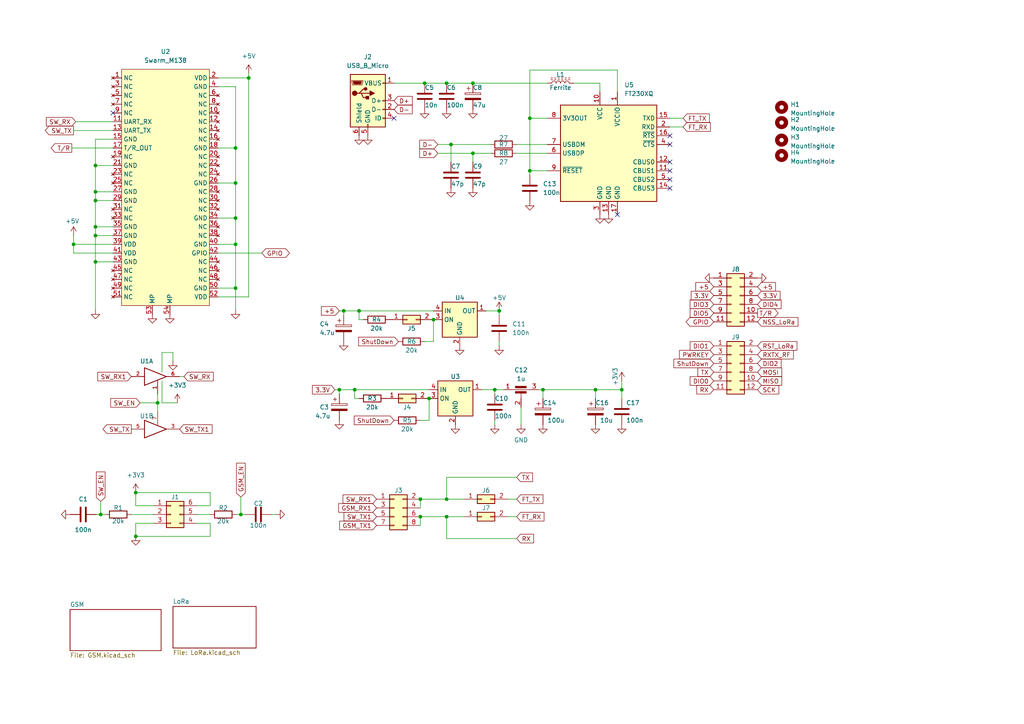
<source format=kicad_sch>
(kicad_sch (version 20211123) (generator eeschema)
  (paper "A4")
  (lib_symbols
    (symbol "74xGxx:74LVC2G126" (pin_names (offset 1.016))
      (property "Reference" "U" (at -2.54 3.81 0))
      (property "Value" "74LVC2G126" (at 0 -3.81 0))
      (symbol "74LVC2G126_0_1"
        (polyline (pts (xy -3.81 2.54) (xy -3.81 -2.54) (xy 2.54 0) (xy -3.81 2.54)) (stroke (width 0.254)))
        (pin power_in line (at 1.27 -1.27 270) (length 0) hide (name "GND") (number "4"))
        (pin power_in line (at 1.27 1.27 90) (length 0) hide (name "VCC") (number "8"))
      )
      (symbol "74LVC2G126_1_1"
        (pin input line (at 0 5.08 270) (length 3.81) (name "~") (number "1"))
        (pin input line (at -7.62 0 0) (length 3.81) (name "~") (number "2"))
        (pin tri_state line (at 6.35 0 180) (length 3.81) (name "~") (number "6"))
      )
      (symbol "74LVC2G126_2_1"
        (pin tri_state line (at 6.35 0 180) (length 3.81) (name "~") (number "3"))
        (pin input line (at -7.62 0 0) (length 3.81) (name "~") (number "5"))
        (pin input line (at 0 5.08 270) (length 3.81) (name "~") (number "7"))
      )
    )
    (symbol "Connector:USB_B_Micro" (pin_names (offset 1.016))
      (property "Reference" "J" (at -5.08 11.43 0))
      (property "Value" "USB_B_Micro" (at -5.08 8.89 0))
      (symbol "USB_B_Micro_0_1"
        (rectangle (start -5.08 -7.62) (end 5.08 7.62) (stroke (width 0.254)) (fill (type background)))
        (circle (center -3.81 2.159) (radius 0.635) (stroke (width 0.254)) (fill (type outline)))
        (circle (center -0.635 3.429) (radius 0.381) (stroke (width 0.254)) (fill (type outline)))
        (rectangle (start -0.127 -7.62) (end 0.127 -6.858))
        (polyline (pts (xy -1.905 2.159) (xy 0.635 2.159)) (stroke (width 0.254)))
        (polyline (pts (xy -3.175 2.159) (xy -2.54 2.159) (xy -1.27 3.429) (xy -0.635 3.429)) (stroke (width 0.254)))
        (polyline (pts (xy -2.54 2.159) (xy -1.905 2.159) (xy -1.27 0.889) (xy 0 0.889)) (stroke (width 0.254)))
        (polyline (pts (xy 0.635 2.794) (xy 0.635 1.524) (xy 1.905 2.159) (xy 0.635 2.794)) (stroke (width 0.254)) (fill (type outline)))
        (polyline (pts (xy -4.318 5.588) (xy -1.778 5.588) (xy -2.032 4.826) (xy -4.064 4.826) (xy -4.318 5.588)) (fill (type outline)))
        (polyline (pts (xy -4.699 5.842) (xy -4.699 5.588) (xy -4.445 4.826) (xy -4.445 4.572) (xy -1.651 4.572) (xy -1.651 4.826) (xy -1.397 5.588) (xy -1.397 5.842) (xy -4.699 5.842)))
        (rectangle (start 0.254 1.27) (end -0.508 0.508) (stroke (width 0.254)) (fill (type outline)))
        (rectangle (start 5.08 -5.207) (end 4.318 -4.953))
        (rectangle (start 5.08 -2.667) (end 4.318 -2.413))
        (rectangle (start 5.08 -0.127) (end 4.318 0.127))
        (rectangle (start 5.08 4.953) (end 4.318 5.207))
      )
      (symbol "USB_B_Micro_1_1"
        (pin power_out line (at 7.62 5.08 180) (length 2.54) (name "VBUS") (number "1"))
        (pin bidirectional line (at 7.62 -2.54 180) (length 2.54) (name "D-") (number "2"))
        (pin bidirectional line (at 7.62 0 180) (length 2.54) (name "D+") (number "3"))
        (pin passive line (at 7.62 -5.08 180) (length 2.54) (name "ID") (number "4"))
        (pin power_out line (at 0 -10.16 90) (length 2.54) (name "GND") (number "5"))
        (pin passive line (at -2.54 -10.16 90) (length 2.54) (name "Shield") (number "6"))
      )
    )
    (symbol "Connector_Generic:Conn_02x01" (pin_names (offset 1.016) hide)
      (property "Reference" "J" (at 1.27 2.54 0))
      (property "Value" "Conn_02x01" (at 1.27 -2.54 0))
      (symbol "Conn_02x01_1_1"
        (rectangle (start -1.27 0.127) (end 0 -0.127) (stroke (width 0.1524)))
        (rectangle (start -1.27 1.27) (end 3.81 -1.27) (stroke (width 0.254)) (fill (type background)))
        (rectangle (start 3.81 0.127) (end 2.54 -0.127) (stroke (width 0.1524)))
        (pin passive line (at -5.08 0 0) (length 3.81) (name "Pin_1") (number "1"))
        (pin passive line (at 7.62 0 180) (length 3.81) (name "Pin_2") (number "2"))
      )
    )
    (symbol "Connector_Generic:Conn_02x03_Counter_Clockwise" (pin_names (offset 1.016) hide)
      (property "Reference" "J" (at 1.27 5.08 0))
      (property "Value" "Conn_02x03_Counter_Clockwise" (at 1.27 -5.08 0))
      (symbol "Conn_02x03_Counter_Clockwise_1_1"
        (rectangle (start -1.27 -2.413) (end 0 -2.667) (stroke (width 0.1524)))
        (rectangle (start -1.27 0.127) (end 0 -0.127) (stroke (width 0.1524)))
        (rectangle (start -1.27 2.667) (end 0 2.413) (stroke (width 0.1524)))
        (rectangle (start -1.27 3.81) (end 3.81 -3.81) (stroke (width 0.254)) (fill (type background)))
        (rectangle (start 3.81 -2.413) (end 2.54 -2.667) (stroke (width 0.1524)))
        (rectangle (start 3.81 0.127) (end 2.54 -0.127) (stroke (width 0.1524)))
        (rectangle (start 3.81 2.667) (end 2.54 2.413) (stroke (width 0.1524)))
        (pin passive line (at -5.08 2.54 0) (length 3.81) (name "Pin_1") (number "1"))
        (pin passive line (at -5.08 0 0) (length 3.81) (name "Pin_2") (number "2"))
        (pin passive line (at -5.08 -2.54 0) (length 3.81) (name "Pin_3") (number "3"))
        (pin passive line (at 7.62 -2.54 180) (length 3.81) (name "Pin_4") (number "4"))
        (pin passive line (at 7.62 0 180) (length 3.81) (name "Pin_5") (number "5"))
        (pin passive line (at 7.62 2.54 180) (length 3.81) (name "Pin_6") (number "6"))
      )
    )
    (symbol "Connector_Generic:Conn_02x04_Odd_Even" (pin_names (offset 1.016) hide)
      (property "Reference" "J" (at 1.27 5.08 0))
      (property "Value" "Conn_02x04_Odd_Even" (at 1.27 -7.62 0))
      (symbol "Conn_02x04_Odd_Even_1_1"
        (rectangle (start -1.27 -4.953) (end 0 -5.207) (stroke (width 0.1524)))
        (rectangle (start -1.27 -2.413) (end 0 -2.667) (stroke (width 0.1524)))
        (rectangle (start -1.27 0.127) (end 0 -0.127) (stroke (width 0.1524)))
        (rectangle (start -1.27 2.667) (end 0 2.413) (stroke (width 0.1524)))
        (rectangle (start -1.27 3.81) (end 3.81 -6.35) (stroke (width 0.254)) (fill (type background)))
        (rectangle (start 3.81 -4.953) (end 2.54 -5.207) (stroke (width 0.1524)))
        (rectangle (start 3.81 -2.413) (end 2.54 -2.667) (stroke (width 0.1524)))
        (rectangle (start 3.81 0.127) (end 2.54 -0.127) (stroke (width 0.1524)))
        (rectangle (start 3.81 2.667) (end 2.54 2.413) (stroke (width 0.1524)))
        (pin passive line (at -5.08 2.54 0) (length 3.81) (name "Pin_1") (number "1"))
        (pin passive line (at 7.62 2.54 180) (length 3.81) (name "Pin_2") (number "2"))
        (pin passive line (at -5.08 0 0) (length 3.81) (name "Pin_3") (number "3"))
        (pin passive line (at 7.62 0 180) (length 3.81) (name "Pin_4") (number "4"))
        (pin passive line (at -5.08 -2.54 0) (length 3.81) (name "Pin_5") (number "5"))
        (pin passive line (at 7.62 -2.54 180) (length 3.81) (name "Pin_6") (number "6"))
        (pin passive line (at -5.08 -5.08 0) (length 3.81) (name "Pin_7") (number "7"))
        (pin passive line (at 7.62 -5.08 180) (length 3.81) (name "Pin_8") (number "8"))
      )
    )
    (symbol "Connector_Generic:Conn_02x06_Odd_Even" (pin_names (offset 1.016) hide)
      (property "Reference" "J" (at 1.27 7.62 0))
      (property "Value" "Conn_02x06_Odd_Even" (at 1.27 -10.16 0))
      (symbol "Conn_02x06_Odd_Even_1_1"
        (rectangle (start -1.27 -7.493) (end 0 -7.747) (stroke (width 0.1524)))
        (rectangle (start -1.27 -4.953) (end 0 -5.207) (stroke (width 0.1524)))
        (rectangle (start -1.27 -2.413) (end 0 -2.667) (stroke (width 0.1524)))
        (rectangle (start -1.27 0.127) (end 0 -0.127) (stroke (width 0.1524)))
        (rectangle (start -1.27 2.667) (end 0 2.413) (stroke (width 0.1524)))
        (rectangle (start -1.27 5.207) (end 0 4.953) (stroke (width 0.1524)))
        (rectangle (start -1.27 6.35) (end 3.81 -8.89) (stroke (width 0.254)) (fill (type background)))
        (rectangle (start 3.81 -7.493) (end 2.54 -7.747) (stroke (width 0.1524)))
        (rectangle (start 3.81 -4.953) (end 2.54 -5.207) (stroke (width 0.1524)))
        (rectangle (start 3.81 -2.413) (end 2.54 -2.667) (stroke (width 0.1524)))
        (rectangle (start 3.81 0.127) (end 2.54 -0.127) (stroke (width 0.1524)))
        (rectangle (start 3.81 2.667) (end 2.54 2.413) (stroke (width 0.1524)))
        (rectangle (start 3.81 5.207) (end 2.54 4.953) (stroke (width 0.1524)))
        (pin passive line (at -5.08 5.08 0) (length 3.81) (name "Pin_1") (number "1"))
        (pin passive line (at 7.62 -5.08 180) (length 3.81) (name "Pin_10") (number "10"))
        (pin passive line (at -5.08 -7.62 0) (length 3.81) (name "Pin_11") (number "11"))
        (pin passive line (at 7.62 -7.62 180) (length 3.81) (name "Pin_12") (number "12"))
        (pin passive line (at 7.62 5.08 180) (length 3.81) (name "Pin_2") (number "2"))
        (pin passive line (at -5.08 2.54 0) (length 3.81) (name "Pin_3") (number "3"))
        (pin passive line (at 7.62 2.54 180) (length 3.81) (name "Pin_4") (number "4"))
        (pin passive line (at -5.08 0 0) (length 3.81) (name "Pin_5") (number "5"))
        (pin passive line (at 7.62 0 180) (length 3.81) (name "Pin_6") (number "6"))
        (pin passive line (at -5.08 -2.54 0) (length 3.81) (name "Pin_7") (number "7"))
        (pin passive line (at 7.62 -2.54 180) (length 3.81) (name "Pin_8") (number "8"))
        (pin passive line (at -5.08 -5.08 0) (length 3.81) (name "Pin_9") (number "9"))
      )
    )
    (symbol "Device:C" (pin_numbers hide) (pin_names (offset 0.254))
      (property "Reference" "C" (at 0.635 2.54 0))
      (property "Value" "C" (at 0.635 -2.54 0))
      (symbol "C_0_1"
        (polyline (pts (xy -2.032 -0.762) (xy 2.032 -0.762)) (stroke (width 0.508)))
        (polyline (pts (xy -2.032 0.762) (xy 2.032 0.762)) (stroke (width 0.508)))
      )
      (symbol "C_1_1"
        (pin passive line (at 0 3.81 270) (length 2.794) (name "~") (number "1"))
        (pin passive line (at 0 -3.81 90) (length 2.794) (name "~") (number "2"))
      )
    )
    (symbol "Device:C_Feedthrough" (pin_names (offset 0.254) hide)
      (property "Reference" "C" (at 0 7.62 0))
      (property "Value" "C_Feedthrough" (at 0 5.715 0))
      (symbol "C_Feedthrough_0_1"
        (rectangle (start -1.651 1.524) (end 1.524 2.032) (fill (type outline)))
        (polyline (pts (xy -2.54 2.54) (xy 2.54 2.54)))
        (polyline (pts (xy 0 0) (xy 0 1.778)))
        (rectangle (start 1.524 3.048) (end -1.651 3.556) (fill (type outline)))
      )
      (symbol "C_Feedthrough_1_1"
        (pin passive line (at -5.08 2.54 0) (length 2.54) (name "1") (number "1"))
        (pin passive line (at 0 -2.54 90) (length 2.54) (name "2") (number "2"))
        (pin passive line (at 5.08 2.54 180) (length 2.54) (name "3") (number "3"))
      )
    )
    (symbol "Device:C_Polarized" (pin_numbers hide) (pin_names (offset 0.254))
      (property "Reference" "C" (at 0.635 2.54 0))
      (property "Value" "C_Polarized" (at 0.635 -2.54 0))
      (symbol "C_Polarized_0_1"
        (rectangle (start -2.286 0.508) (end 2.286 1.016))
        (polyline (pts (xy -1.778 2.286) (xy -0.762 2.286)))
        (polyline (pts (xy -1.27 2.794) (xy -1.27 1.778)))
        (rectangle (start 2.286 -0.508) (end -2.286 -1.016) (fill (type outline)))
      )
      (symbol "C_Polarized_1_1"
        (pin passive line (at 0 3.81 270) (length 2.794) (name "~") (number "1"))
        (pin passive line (at 0 -3.81 90) (length 2.794) (name "~") (number "2"))
      )
    )
    (symbol "Device:L_Ferrite" (pin_numbers hide) (pin_names (offset 1.016) hide)
      (property "Reference" "L" (at -1.27 0 90))
      (property "Value" "L_Ferrite" (at 2.794 0 90))
      (symbol "L_Ferrite_0_1"
        (arc (start 0 -2.54) (mid 0.635 -1.905) (end 0 -1.27))
        (arc (start 0 -1.27) (mid 0.635 -0.635) (end 0 0))
        (polyline (pts (xy 1.016 -2.794) (xy 1.016 -2.286)))
        (polyline (pts (xy 1.016 -1.778) (xy 1.016 -1.27)))
        (polyline (pts (xy 1.016 -0.762) (xy 1.016 -0.254)))
        (polyline (pts (xy 1.016 0.254) (xy 1.016 0.762)))
        (polyline (pts (xy 1.016 1.27) (xy 1.016 1.778)))
        (polyline (pts (xy 1.016 2.286) (xy 1.016 2.794)))
        (polyline (pts (xy 1.524 -2.286) (xy 1.524 -2.794)))
        (polyline (pts (xy 1.524 -1.27) (xy 1.524 -1.778)))
        (polyline (pts (xy 1.524 -0.254) (xy 1.524 -0.762)))
        (polyline (pts (xy 1.524 0.762) (xy 1.524 0.254)))
        (polyline (pts (xy 1.524 1.778) (xy 1.524 1.27)))
        (polyline (pts (xy 1.524 2.794) (xy 1.524 2.286)))
        (arc (start 0 0) (mid 0.635 0.635) (end 0 1.27))
        (arc (start 0 1.27) (mid 0.635 1.905) (end 0 2.54))
      )
      (symbol "L_Ferrite_1_1"
        (pin passive line (at 0 3.81 270) (length 1.27) (name "1") (number "1"))
        (pin passive line (at 0 -3.81 90) (length 1.27) (name "2") (number "2"))
      )
    )
    (symbol "Device:R" (pin_numbers hide) (pin_names (offset 0))
      (property "Reference" "R" (at 2.032 0 90))
      (property "Value" "R" (at 0 0 90))
      (symbol "R_0_1"
        (rectangle (start -1.016 -2.54) (end 1.016 2.54) (stroke (width 0.254)))
      )
      (symbol "R_1_1"
        (pin passive line (at 0 3.81 270) (length 1.27) (name "~") (number "1"))
        (pin passive line (at 0 -3.81 90) (length 1.27) (name "~") (number "2"))
      )
    )
    (symbol "Interface_USB:FT230XQ"
      (property "Reference" "U" (at -13.97 15.24 0))
      (property "Value" "FT230XQ" (at 7.62 15.24 0))
      (symbol "FT230XQ_0_1"
        (rectangle (start -13.97 13.97) (end 13.97 -13.97) (stroke (width 0.254)) (fill (type background)))
      )
      (symbol "FT230XQ_1_1"
        (pin power_in line (at 2.54 17.78 270) (length 3.81) (name "VCCIO") (number "1"))
        (pin power_in line (at -2.54 17.78 270) (length 3.81) (name "VCC") (number "10"))
        (pin bidirectional line (at 17.78 -5.08 180) (length 3.81) (name "CBUS1") (number "11"))
        (pin bidirectional line (at 17.78 -2.54 180) (length 3.81) (name "CBUS0") (number "12"))
        (pin power_in line (at 0 -17.78 90) (length 3.81) (name "GND") (number "13"))
        (pin bidirectional line (at 17.78 -10.16 180) (length 3.81) (name "CBUS3") (number "14"))
        (pin output line (at 17.78 10.16 180) (length 3.81) (name "TXD") (number "15"))
        (pin output line (at 17.78 5.08 180) (length 3.81) (name "~{RTS}") (number "16"))
        (pin power_in line (at 2.54 -17.78 90) (length 3.81) (name "GND") (number "17"))
        (pin input line (at 17.78 7.62 180) (length 3.81) (name "RXD") (number "2"))
        (pin power_in line (at -2.54 -17.78 90) (length 3.81) (name "GND") (number "3"))
        (pin input line (at 17.78 2.54 180) (length 3.81) (name "~{CTS}") (number "4"))
        (pin bidirectional line (at 17.78 -7.62 180) (length 3.81) (name "CBUS2") (number "5"))
        (pin bidirectional line (at -17.78 0 0) (length 3.81) (name "USBDP") (number "6"))
        (pin bidirectional line (at -17.78 2.54 0) (length 3.81) (name "USBDM") (number "7"))
        (pin power_out line (at -17.78 10.16 0) (length 3.81) (name "3V3OUT") (number "8"))
        (pin input line (at -17.78 -5.08 0) (length 3.81) (name "~{RESET}") (number "9"))
      )
    )
    (symbol "Mechanical:MountingHole" (pin_names (offset 1.016))
      (property "Reference" "H" (at 0 5.08 0))
      (property "Value" "MountingHole" (at 0 3.175 0))
      (symbol "MountingHole_0_1"
        (circle (center 0 0) (radius 1.27) (stroke (width 1.27)))
      )
    )
    (symbol "Power_Management:SiP32431DR3"
      (property "Reference" "U" (at 0 8.89 0))
      (property "Value" "SiP32431DR3" (at 0 6.35 0))
      (symbol "SiP32431DR3_0_1"
        (rectangle (start -5.08 5.08) (end 5.08 -5.08) (stroke (width 0.254)) (fill (type background)))
      )
      (symbol "SiP32431DR3_1_1"
        (pin passive line (at 7.62 2.54 180) (length 2.54) (name "OUT") (number "1"))
        (pin power_in line (at 0 -7.62 90) (length 2.54) (name "GND") (number "2"))
        (pin input line (at -7.62 0 0) (length 2.54) (name "ON") (number "3"))
        (pin passive line (at -7.62 2.54 0) (length 2.54) (name "IN") (number "4"))
        (pin passive line (at 0 -7.62 90) (length 2.54) hide (name "GND") (number "5"))
        (pin no_connect line (at 5.08 0 180) (length 2.54) hide (name "NC") (number "6"))
      )
    )
    (symbol "mPCI_Conn:Swarm_M138"
      (property "Reference" "U" (at 0 0 0))
      (property "Value" "Swarm_M138" (at 0 2.54 0))
      (symbol "Swarm_M138_0_1"
        (rectangle (start -11.43 34.29) (end 13.97 -34.29) (fill (type background)))
      )
      (symbol "Swarm_M138_1_1"
        (pin no_connect line (at -13.97 31.75 0) (length 2.54) (name "NC") (number "1"))
        (pin no_connect line (at 16.51 21.59 180) (length 2.54) (name "NC") (number "10"))
        (pin input line (at -13.97 19.05 0) (length 2.54) (name "UART_RX") (number "11"))
        (pin no_connect line (at 16.51 19.05 180) (length 2.54) (name "NC") (number "12"))
        (pin output line (at -13.97 16.51 0) (length 2.54) (name "UART_TX") (number "13"))
        (pin no_connect line (at 16.51 16.51 180) (length 2.54) (name "NC") (number "14"))
        (pin input line (at -13.97 13.97 0) (length 2.54) (name "GND") (number "15"))
        (pin no_connect line (at 16.51 13.97 180) (length 2.54) (name "NC") (number "16"))
        (pin output line (at -13.97 11.43 0) (length 2.54) (name "T/R_OUT") (number "17"))
        (pin input line (at 16.51 11.43 180) (length 2.54) (name "GND") (number "18"))
        (pin no_connect line (at -13.97 8.89 0) (length 2.54) (name "NC") (number "19"))
        (pin input line (at 16.51 31.75 180) (length 2.54) (name "VDD") (number "2"))
        (pin no_connect line (at 16.51 8.89 180) (length 2.54) (name "NC") (number "20"))
        (pin input line (at -13.97 6.35 0) (length 2.54) (name "GND") (number "21"))
        (pin no_connect line (at 16.51 6.35 180) (length 2.54) (name "NC") (number "22"))
        (pin no_connect line (at -13.97 3.81 0) (length 2.54) (name "NC") (number "23"))
        (pin no_connect line (at 16.51 3.81 180) (length 2.54) (name "NC") (number "24"))
        (pin no_connect line (at -13.97 1.27 0) (length 2.54) (name "NC") (number "25"))
        (pin input line (at 16.51 1.27 180) (length 2.54) (name "GND") (number "26"))
        (pin input line (at -13.97 -1.27 0) (length 2.54) (name "GND") (number "27"))
        (pin no_connect line (at 16.51 -1.27 180) (length 2.54) (name "NC") (number "28"))
        (pin input line (at -13.97 -3.81 0) (length 2.54) (name "GND") (number "29"))
        (pin no_connect line (at -13.97 29.21 0) (length 2.54) (name "NC") (number "3"))
        (pin no_connect line (at 16.51 -3.81 180) (length 2.54) (name "NC") (number "30"))
        (pin no_connect line (at -13.97 -6.35 0) (length 2.54) (name "NC") (number "31"))
        (pin no_connect line (at 16.51 -6.35 180) (length 2.54) (name "NC") (number "32"))
        (pin no_connect line (at -13.97 -8.89 0) (length 2.54) (name "NC") (number "33"))
        (pin input line (at 16.51 -8.89 180) (length 2.54) (name "GND") (number "34"))
        (pin input line (at -13.97 -11.43 0) (length 2.54) (name "GND") (number "35"))
        (pin no_connect line (at 16.51 -11.43 180) (length 2.54) (name "NC") (number "36"))
        (pin input line (at -13.97 -13.97 0) (length 2.54) (name "GND") (number "37"))
        (pin no_connect line (at 16.51 -13.97 180) (length 2.54) (name "NC") (number "38"))
        (pin input line (at -13.97 -16.51 0) (length 2.54) (name "VDD") (number "39"))
        (pin input line (at 16.51 29.21 180) (length 2.54) (name "GND") (number "4"))
        (pin input line (at 16.51 -16.51 180) (length 2.54) (name "GND") (number "40"))
        (pin input line (at -13.97 -19.05 0) (length 2.54) (name "VDD") (number "41"))
        (pin bidirectional line (at 16.51 -19.05 180) (length 2.54) (name "GPIO") (number "42"))
        (pin input line (at -13.97 -21.59 0) (length 2.54) (name "GND") (number "43"))
        (pin no_connect line (at 16.51 -21.59 180) (length 2.54) (name "NC") (number "44"))
        (pin no_connect line (at -13.97 -24.13 0) (length 2.54) (name "NC") (number "45"))
        (pin no_connect line (at 16.51 -24.13 180) (length 2.54) (name "NC") (number "46"))
        (pin no_connect line (at -13.97 -26.67 0) (length 2.54) (name "NC") (number "47"))
        (pin no_connect line (at 16.51 -26.67 180) (length 2.54) (name "NC") (number "48"))
        (pin no_connect line (at -13.97 -29.21 0) (length 2.54) (name "NC") (number "49"))
        (pin no_connect line (at -13.97 26.67 0) (length 2.54) (name "NC") (number "5"))
        (pin input line (at 16.51 -29.21 180) (length 2.54) (name "GND") (number "50"))
        (pin no_connect line (at -13.97 -31.75 0) (length 2.54) (name "NC") (number "51"))
        (pin input line (at 16.51 -31.75 180) (length 2.54) (name "VDD") (number "52"))
        (pin input line (at -2.54 -36.83 90) (length 2.54) (name "MP") (number "53"))
        (pin input line (at 2.54 -36.83 90) (length 2.54) (name "MP") (number "54"))
        (pin no_connect line (at 16.51 26.67 180) (length 2.54) (name "NC") (number "6"))
        (pin no_connect line (at -13.97 24.13 0) (length 2.54) (name "NC") (number "7"))
        (pin no_connect line (at 16.51 24.13 180) (length 2.54) (name "NC") (number "8"))
        (pin input line (at -13.97 21.59 0) (length 2.54) (name "NC") (number "9"))
      )
    )
    (symbol "power:+3.3V" (power) (pin_names (offset 0))
      (property "Value" "+3.3V" (at 0 3.556 0))
      (symbol "+3.3V_0_1"
        (polyline (pts (xy -0.762 1.27) (xy 0 2.54)))
        (polyline (pts (xy 0 0) (xy 0 2.54)))
        (polyline (pts (xy 0 2.54) (xy 0.762 1.27)))
      )
      (symbol "+3.3V_1_1"
        (pin power_in line (at 0 0 90) (length 0) hide (name "+3V3") (number "1"))
      )
    )
    (symbol "power:+5V" (power) (pin_names (offset 0))
      (property "Value" "+5V" (at 0 3.556 0))
      (symbol "+5V_0_1"
        (polyline (pts (xy -0.762 1.27) (xy 0 2.54)))
        (polyline (pts (xy 0 0) (xy 0 2.54)))
        (polyline (pts (xy 0 2.54) (xy 0.762 1.27)))
      )
      (symbol "+5V_1_1"
        (pin power_in line (at 0 0 90) (length 0) hide (name "+5V") (number "1"))
      )
    )
    (symbol "power:GND" (power) (pin_names (offset 0))
      (property "Value" "GND" (at 0 -3.81 0))
      (symbol "GND_0_1"
        (polyline (pts (xy 0 0) (xy 0 -1.27) (xy 1.27 -1.27) (xy 0 -2.54) (xy -1.27 -1.27) (xy 0 -1.27)))
      )
      (symbol "GND_1_1"
        (pin power_in line (at 0 0 270) (length 0) hide (name "GND") (number "1"))
      )
    )
  )
  (junction (at 180.34 113.03))
  (junction (at 129.54 144.78))
  (junction (at 27.686 68.326))
  (junction (at 153.67 49.53))
  (junction (at 124.46 115.57))
  (junction (at 39.37 155.575))
  (junction (at 125.73 92.71))
  (junction (at 27.686 55.626))
  (junction (at 137.16 44.45))
  (junction (at 45.72 116.84))
  (junction (at 172.72 113.03))
  (junction (at 68.326 42.926))
  (junction (at 123.19 24.13))
  (junction (at 137.16 24.13))
  (junction (at 21.336 70.866))
  (junction (at 39.37 142.875))
  (junction (at 99.695 90.17))
  (junction (at 68.326 70.866))
  (junction (at 69.85 149.225))
  (junction (at 68.326 83.566))
  (junction (at 153.67 34.29))
  (junction (at 104.14 90.17))
  (junction (at 72.136 22.606))
  (junction (at 144.78 90.17))
  (junction (at 129.54 149.86))
  (junction (at 29.21 149.225))
  (junction (at 129.54 24.13))
  (junction (at 157.48 113.03))
  (junction (at 27.686 48.006))
  (junction (at 143.51 113.03))
  (junction (at 121.92 144.78))
  (junction (at 102.87 113.03))
  (junction (at 98.425 113.03))
  (junction (at 27.686 65.786))
  (junction (at 68.326 63.246))
  (junction (at 68.326 53.086))
  (junction (at 27.686 58.166))
  (junction (at 121.92 149.86))
  (junction (at 130.81 41.91))
  (junction (at 27.686 75.946))
  (no_connect (at 194.31 46.99))
  (no_connect (at 194.31 41.91))
  (no_connect (at 194.31 39.37))
  (no_connect (at 194.31 49.53))
  (no_connect (at 194.31 52.07))
  (no_connect (at 194.31 54.61))
  (no_connect (at 32.766 32.766))
  (no_connect (at 179.07 62.23))
  (no_connect (at 114.3 34.29))
  (wire (pts (xy 21.336 68.326) (xy 21.336 70.866)))
  (wire (pts (xy 123.19 99.06) (xy 125.73 99.06)))
  (wire (pts (xy 63.246 70.866) (xy 68.326 70.866)))
  (wire (pts (xy 156.21 113.03) (xy 157.48 113.03)))
  (wire (pts (xy 102.87 113.03) (xy 102.87 115.57)))
  (wire (pts (xy 153.67 49.53) (xy 153.67 50.8)))
  (wire (pts (xy 146.05 113.03) (xy 143.51 113.03)))
  (wire (pts (xy 125.73 90.17) (xy 104.14 90.17)))
  (wire (pts (xy 129.54 144.78) (xy 134.62 144.78)))
  (wire (pts (xy 137.16 24.13) (xy 158.75 24.13)))
  (wire (pts (xy 27.686 65.786) (xy 32.766 65.786)))
  (wire (pts (xy 46.99 107.95) (xy 46.99 102.235)))
  (wire (pts (xy 129.54 24.13) (xy 137.16 24.13)))
  (wire (pts (xy 27.686 65.786) (xy 27.686 68.326)))
  (wire (pts (xy 137.16 44.45) (xy 142.24 44.45)))
  (wire (pts (xy 124.46 115.57) (xy 124.46 121.92)))
  (wire (pts (xy 63.246 83.566) (xy 68.326 83.566)))
  (wire (pts (xy 157.48 113.03) (xy 157.48 115.57)))
  (wire (pts (xy 68.58 149.225) (xy 69.85 149.225)))
  (wire (pts (xy 153.67 20.32) (xy 153.67 34.29)))
  (wire (pts (xy 27.686 58.166) (xy 27.686 65.786)))
  (wire (pts (xy 129.54 149.86) (xy 134.62 149.86)))
  (wire (pts (xy 153.67 49.53) (xy 158.75 49.53)))
  (wire (pts (xy 32.766 70.866) (xy 21.336 70.866)))
  (wire (pts (xy 40.64 116.84) (xy 45.72 116.84)))
  (wire (pts (xy 78.74 149.225) (xy 80.01 149.225)))
  (wire (pts (xy 51.435 116.84) (xy 46.99 116.84)))
  (wire (pts (xy 68.326 70.866) (xy 68.326 83.566)))
  (wire (pts (xy 29.21 149.225) (xy 30.48 149.225)))
  (wire (pts (xy 121.92 144.78) (xy 129.54 144.78)))
  (wire (pts (xy 27.686 58.166) (xy 32.766 58.166)))
  (wire (pts (xy 125.73 92.71) (xy 125.73 99.06)))
  (wire (pts (xy 143.51 121.92) (xy 143.51 123.19)))
  (wire (pts (xy 52.07 109.22) (xy 53.34 109.22)))
  (wire (pts (xy 144.78 91.44) (xy 144.78 90.17)))
  (wire (pts (xy 151.13 118.11) (xy 151.13 123.19)))
  (wire (pts (xy 68.326 83.566) (xy 68.326 89.916)))
  (wire (pts (xy 27.94 149.225) (xy 29.21 149.225)))
  (wire (pts (xy 157.48 113.03) (xy 172.72 113.03)))
  (wire (pts (xy 38.1 149.225) (xy 44.45 149.225)))
  (wire (pts (xy 39.37 155.575) (xy 60.96 155.575)))
  (wire (pts (xy 46.99 102.235) (xy 50.165 102.235)))
  (wire (pts (xy 127 41.91) (xy 130.81 41.91)))
  (wire (pts (xy 57.15 146.685) (xy 60.96 146.685)))
  (wire (pts (xy 98.425 113.03) (xy 98.425 114.3)))
  (wire (pts (xy 121.92 121.92) (xy 124.46 121.92)))
  (wire (pts (xy 147.32 144.78) (xy 149.86 144.78)))
  (wire (pts (xy 194.31 34.29) (xy 198.12 34.29)))
  (wire (pts (xy 173.99 24.13) (xy 173.99 26.67)))
  (wire (pts (xy 180.34 110.49) (xy 180.34 113.03)))
  (wire (pts (xy 21.971 35.306) (xy 32.766 35.306)))
  (wire (pts (xy 72.136 21.336) (xy 72.136 22.606)))
  (wire (pts (xy 194.31 36.83) (xy 198.12 36.83)))
  (wire (pts (xy 68.326 53.086) (xy 68.326 63.246)))
  (wire (pts (xy 39.37 142.875) (xy 60.96 142.875)))
  (wire (pts (xy 63.246 42.926) (xy 68.326 42.926)))
  (wire (pts (xy 27.686 55.626) (xy 27.686 58.166)))
  (wire (pts (xy 39.37 151.765) (xy 39.37 155.575)))
  (wire (pts (xy 153.67 34.29) (xy 158.75 34.29)))
  (wire (pts (xy 32.766 40.386) (xy 27.686 40.386)))
  (wire (pts (xy 27.686 48.006) (xy 27.686 55.626)))
  (wire (pts (xy 44.45 151.765) (xy 39.37 151.765)))
  (wire (pts (xy 68.326 63.246) (xy 68.326 70.866)))
  (wire (pts (xy 147.32 149.86) (xy 149.86 149.86)))
  (wire (pts (xy 123.19 24.13) (xy 129.54 24.13)))
  (wire (pts (xy 27.686 68.326) (xy 27.686 75.946)))
  (wire (pts (xy 114.3 24.13) (xy 123.19 24.13)))
  (wire (pts (xy 127 44.45) (xy 137.16 44.45)))
  (wire (pts (xy 143.51 113.03) (xy 143.51 114.3)))
  (wire (pts (xy 172.72 113.03) (xy 172.72 115.57)))
  (wire (pts (xy 149.86 41.91) (xy 158.75 41.91)))
  (wire (pts (xy 121.92 149.86) (xy 129.54 149.86)))
  (wire (pts (xy 98.425 90.17) (xy 99.695 90.17)))
  (wire (pts (xy 149.86 44.45) (xy 158.75 44.45)))
  (wire (pts (xy 63.246 63.246) (xy 68.326 63.246)))
  (wire (pts (xy 68.326 25.146) (xy 68.326 42.926)))
  (wire (pts (xy 32.766 73.406) (xy 21.336 73.406)))
  (wire (pts (xy 44.45 146.685) (xy 39.37 146.685)))
  (wire (pts (xy 102.87 115.57) (xy 104.14 115.57)))
  (wire (pts (xy 63.246 53.086) (xy 68.326 53.086)))
  (wire (pts (xy 98.425 113.03) (xy 102.87 113.03)))
  (wire (pts (xy 149.86 156.21) (xy 129.54 156.21)))
  (wire (pts (xy 149.86 138.43) (xy 129.54 138.43)))
  (wire (pts (xy 172.72 113.03) (xy 180.34 113.03)))
  (wire (pts (xy 137.16 44.45) (xy 137.16 46.99)))
  (wire (pts (xy 104.14 92.71) (xy 105.41 92.71)))
  (wire (pts (xy 129.54 156.21) (xy 129.54 149.86)))
  (wire (pts (xy 45.72 116.84) (xy 45.72 119.38)))
  (wire (pts (xy 104.14 90.17) (xy 104.14 92.71)))
  (wire (pts (xy 153.67 20.32) (xy 179.07 20.32)))
  (wire (pts (xy 27.686 75.946) (xy 32.766 75.946)))
  (wire (pts (xy 57.15 149.225) (xy 60.96 149.225)))
  (wire (pts (xy 60.96 142.875) (xy 60.96 146.685)))
  (wire (pts (xy 46.99 110.49) (xy 46.99 116.84)))
  (wire (pts (xy 153.67 34.29) (xy 153.67 49.53)))
  (wire (pts (xy 27.686 75.946) (xy 27.686 89.916)))
  (wire (pts (xy 166.37 24.13) (xy 173.99 24.13)))
  (wire (pts (xy 72.136 86.106) (xy 72.136 22.606)))
  (wire (pts (xy 129.54 138.43) (xy 129.54 144.78)))
  (wire (pts (xy 29.21 145.415) (xy 29.21 149.225)))
  (wire (pts (xy 179.07 20.32) (xy 179.07 26.67)))
  (wire (pts (xy 63.246 25.146) (xy 68.326 25.146)))
  (wire (pts (xy 45.72 114.3) (xy 45.72 116.84)))
  (wire (pts (xy 121.92 144.78) (xy 121.92 147.32)))
  (wire (pts (xy 21.336 70.866) (xy 21.336 73.406)))
  (wire (pts (xy 27.686 40.386) (xy 27.686 48.006)))
  (wire (pts (xy 69.85 144.145) (xy 69.85 149.225)))
  (wire (pts (xy 68.326 42.926) (xy 68.326 53.086)))
  (wire (pts (xy 50.165 102.235) (xy 50.165 104.775)))
  (wire (pts (xy 121.92 149.86) (xy 121.92 152.4)))
  (wire (pts (xy 57.15 151.765) (xy 60.96 151.765)))
  (wire (pts (xy 144.78 99.06) (xy 144.78 100.33)))
  (wire (pts (xy 99.695 90.17) (xy 99.695 91.44)))
  (wire (pts (xy 124.46 113.03) (xy 102.87 113.03)))
  (wire (pts (xy 63.246 86.106) (xy 72.136 86.106)))
  (wire (pts (xy 27.686 48.006) (xy 32.766 48.006)))
  (wire (pts (xy 63.246 73.406) (xy 75.946 73.406)))
  (wire (pts (xy 20.828 42.926) (xy 32.766 42.926)))
  (wire (pts (xy 63.246 22.606) (xy 72.136 22.606)))
  (wire (pts (xy 27.686 55.626) (xy 32.766 55.626)))
  (wire (pts (xy 180.34 113.03) (xy 180.34 115.57)))
  (wire (pts (xy 97.155 113.03) (xy 98.425 113.03)))
  (wire (pts (xy 130.81 41.91) (xy 130.81 46.99)))
  (wire (pts (xy 21.336 37.846) (xy 32.766 37.846)))
  (wire (pts (xy 99.695 90.17) (xy 104.14 90.17)))
  (wire (pts (xy 140.97 90.17) (xy 144.78 90.17)))
  (wire (pts (xy 32.766 68.326) (xy 27.686 68.326)))
  (wire (pts (xy 60.96 155.575) (xy 60.96 151.765)))
  (wire (pts (xy 39.37 146.685) (xy 39.37 142.875)))
  (wire (pts (xy 69.85 149.225) (xy 71.12 149.225)))
  (wire (pts (xy 130.81 41.91) (xy 142.24 41.91)))
  (wire (pts (xy 139.7 113.03) (xy 143.51 113.03)))
  (global_label "SCK" (shape input) (at 219.71 113.03 0) (property "Intersheet References" "${INTERSHEET_REFS}" (effects hide)))
  (global_label "+5" (shape input) (at 98.425 90.17 180) (property "Intersheet References" "${INTERSHEET_REFS}" (effects hide)))
  (global_label "NSS_LoRa" (shape input) (at 219.71 93.345 0) (property "Intersheet References" "${INTERSHEET_REFS}" (effects hide)))
  (global_label "SW_EN" (shape input) (at 29.21 145.415 90) (property "Intersheet References" "${INTERSHEET_REFS}" (effects hide)))
  (global_label "FT_TX" (shape input) (at 149.86 144.78 0) (property "Intersheet References" "${INTERSHEET_REFS}" (effects hide)))
  (global_label "SW_TX" (shape output) (at 21.336 37.846 180) (property "Intersheet References" "${INTERSHEET_REFS}" (effects hide)))
  (global_label "T{slash}R" (shape output) (at 219.71 90.805 0) (property "Intersheet References" "${INTERSHEET_REFS}" (effects hide)))
  (global_label "GPIO" (shape bidirectional) (at 207.01 93.345 180) (property "Intersheet References" "${INTERSHEET_REFS}" (effects hide)))
  (global_label "SW_TX" (shape output) (at 38.1 124.46 180) (property "Intersheet References" "${INTERSHEET_REFS}" (effects hide)))
  (global_label "MOSI" (shape input) (at 219.71 107.95 0) (property "Intersheet References" "${INTERSHEET_REFS}" (effects hide)))
  (global_label "+5" (shape input) (at 219.71 83.185 0) (property "Intersheet References" "${INTERSHEET_REFS}" (effects hide)))
  (global_label "DIO4" (shape input) (at 219.71 88.265 0) (property "Intersheet References" "${INTERSHEET_REFS}" (effects hide)))
  (global_label "ShutDown" (shape input) (at 115.57 99.06 180) (property "Intersheet References" "${INTERSHEET_REFS}" (effects hide)))
  (global_label "SW_TX1" (shape input) (at 109.22 149.86 180) (property "Intersheet References" "${INTERSHEET_REFS}" (effects hide)))
  (global_label "RX" (shape input) (at 207.01 113.03 180) (property "Intersheet References" "${INTERSHEET_REFS}" (effects hide)))
  (global_label "D+" (shape input) (at 127 44.45 180) (property "Intersheet References" "${INTERSHEET_REFS}" (effects hide)))
  (global_label "3.3V" (shape input) (at 97.155 113.03 180) (property "Intersheet References" "${INTERSHEET_REFS}" (effects hide)))
  (global_label "DIO1" (shape input) (at 207.01 100.33 180) (property "Intersheet References" "${INTERSHEET_REFS}" (effects hide)))
  (global_label "ShutDown" (shape input) (at 114.3 121.92 180) (property "Intersheet References" "${INTERSHEET_REFS}" (effects hide)))
  (global_label "ShutDown" (shape input) (at 207.01 105.41 180) (property "Intersheet References" "${INTERSHEET_REFS}" (effects hide)))
  (global_label "DIO5" (shape input) (at 207.01 90.805 180) (property "Intersheet References" "${INTERSHEET_REFS}" (effects hide)))
  (global_label "MISO" (shape input) (at 219.71 110.49 0) (property "Intersheet References" "${INTERSHEET_REFS}" (effects hide)))
  (global_label "FT_TX" (shape input) (at 198.12 34.29 0) (property "Intersheet References" "${INTERSHEET_REFS}" (effects hide)))
  (global_label "DIO2" (shape input) (at 219.71 105.41 0) (property "Intersheet References" "${INTERSHEET_REFS}" (effects hide)))
  (global_label "RST_LoRa" (shape input) (at 219.71 100.33 0) (property "Intersheet References" "${INTERSHEET_REFS}" (effects hide)))
  (global_label "GSM_EN" (shape input) (at 69.85 144.145 90) (property "Intersheet References" "${INTERSHEET_REFS}" (effects hide)))
  (global_label "3.3V" (shape input) (at 219.71 85.725 0) (property "Intersheet References" "${INTERSHEET_REFS}" (effects hide)))
  (global_label "FT_RX" (shape input) (at 198.12 36.83 0) (property "Intersheet References" "${INTERSHEET_REFS}" (effects hide)))
  (global_label "RX" (shape input) (at 149.86 156.21 0) (property "Intersheet References" "${INTERSHEET_REFS}" (effects hide)))
  (global_label "SW_RX" (shape input) (at 21.971 35.306 180) (property "Intersheet References" "${INTERSHEET_REFS}" (effects hide)))
  (global_label "SW_RX" (shape input) (at 53.34 109.22 0) (property "Intersheet References" "${INTERSHEET_REFS}" (effects hide)))
  (global_label "+5" (shape input) (at 207.01 83.185 180) (property "Intersheet References" "${INTERSHEET_REFS}" (effects hide)))
  (global_label "D+" (shape input) (at 114.3 29.21 0) (property "Intersheet References" "${INTERSHEET_REFS}" (effects hide)))
  (global_label "GPIO" (shape bidirectional) (at 75.946 73.406 0) (property "Intersheet References" "${INTERSHEET_REFS}" (effects hide)))
  (global_label "TX" (shape input) (at 149.86 138.43 0) (property "Intersheet References" "${INTERSHEET_REFS}" (effects hide)))
  (global_label "GSM_RX1" (shape input) (at 109.22 147.32 180) (property "Intersheet References" "${INTERSHEET_REFS}" (effects hide)))
  (global_label "SW_TX1" (shape input) (at 52.07 124.46 0) (property "Intersheet References" "${INTERSHEET_REFS}" (effects hide)))
  (global_label "3.3V" (shape input) (at 207.01 85.725 180) (property "Intersheet References" "${INTERSHEET_REFS}" (effects hide)))
  (global_label "T{slash}R" (shape output) (at 20.828 42.926 180) (property "Intersheet References" "${INTERSHEET_REFS}" (effects hide)))
  (global_label "DIO0" (shape input) (at 207.01 110.49 180) (property "Intersheet References" "${INTERSHEET_REFS}" (effects hide)))
  (global_label "PWRKEY" (shape input) (at 207.01 102.87 180) (property "Intersheet References" "${INTERSHEET_REFS}" (effects hide)))
  (global_label "SW_RX1" (shape input) (at 109.22 144.78 180) (property "Intersheet References" "${INTERSHEET_REFS}" (effects hide)))
  (global_label "SW_RX1" (shape input) (at 38.1 109.22 180) (property "Intersheet References" "${INTERSHEET_REFS}" (effects hide)))
  (global_label "DIO3" (shape input) (at 207.01 88.265 180) (property "Intersheet References" "${INTERSHEET_REFS}" (effects hide)))
  (global_label "D-" (shape input) (at 114.3 31.75 0) (property "Intersheet References" "${INTERSHEET_REFS}" (effects hide)))
  (global_label "GSM_TX1" (shape input) (at 109.22 152.4 180) (property "Intersheet References" "${INTERSHEET_REFS}" (effects hide)))
  (global_label "SW_EN" (shape input) (at 40.64 116.84 180) (property "Intersheet References" "${INTERSHEET_REFS}" (effects hide)))
  (global_label "RXTX_RF" (shape input) (at 219.71 102.87 0) (property "Intersheet References" "${INTERSHEET_REFS}" (effects hide)))
  (global_label "TX" (shape input) (at 207.01 107.95 180) (property "Intersheet References" "${INTERSHEET_REFS}" (effects hide)))
  (global_label "FT_RX" (shape input) (at 149.86 149.86 0) (property "Intersheet References" "${INTERSHEET_REFS}" (effects hide)))
  (global_label "D-" (shape input) (at 127 41.91 180) (property "Intersheet References" "${INTERSHEET_REFS}" (effects hide)))
  (symbol (lib_id "Device:C") (at 74.93 149.225 90) (unit 1)
    (property "Reference" "C2" (at 74.93 146.05 90))
    (property "Value" "100n" (at 74.93 152.4 90))
    (property "Footprint" "Capacitor_SMD:C_0402_1005Metric" (effects hide))
  )
  (symbol (lib_id "Device:R") (at 109.22 92.71 90) (unit 1)
    (property "Reference" "R4" (at 109.22 92.71 90))
    (property "Value" "20k" (at 109.22 95.25 90))
    (property "Footprint" "Resistor_SMD:R_0402_1005Metric" (effects hide))
  )
  (symbol (lib_id "power:+3.3V") (at 180.34 110.49 0) (unit 1)
    (property "Reference" "#PWR035" (effects hide))
    (property "Value" "+3.3V" (at 178.435 109.22 90))
  )
  (symbol (lib_id "power:GND") (at 80.01 149.225 90) (unit 1)
    (property "Reference" "#PWR012" (effects hide))
    (property "Value" "GND" (effects hide))
  )
  (symbol (lib_id "Device:R") (at 119.38 99.06 90) (unit 1)
    (property "Reference" "R6" (at 119.38 99.06 90))
    (property "Value" "20k" (at 119.38 101.6 90))
    (property "Footprint" "Resistor_SMD:R_0402_1005Metric" (effects hide))
  )
  (symbol (lib_id "mPCI_Conn:Swarm_M138") (at 46.736 54.356 0) (unit 1)
    (property "Reference" "U2" (at 48.006 14.986 0))
    (property "Value" "Swarm_M138" (at 48.006 17.526 0))
    (property "Footprint" "Connector_PCBEdge:BUS_PCI_Express_Mini_Dual" (effects hide))
  )
  (symbol (lib_id "Device:R") (at 64.77 149.225 90) (unit 1)
    (property "Reference" "R2" (at 64.77 147.32 90))
    (property "Value" "20k" (at 64.77 151.13 90))
    (property "Footprint" "Resistor_SMD:R_0402_1005Metric" (effects hide))
  )
  (symbol (lib_id "Device:C_Polarized") (at 137.16 27.94 0) (unit 1)
    (property "Reference" "C8" (at 137.16 25.4 0) (effects (justify left)))
    (property "Value" "47u" (at 137.16 30.48 0) (effects (justify left)))
    (property "Footprint" "Capacitor_SMD:CP_Elec_6.3x5.2" (effects hide))
  )
  (symbol (lib_id "Device:C") (at 137.16 50.8 0) (unit 1)
    (property "Reference" "C9" (at 137.16 48.26 0) (effects (justify left)))
    (property "Value" "47p" (at 137.16 53.34 0) (effects (justify left)))
    (property "Footprint" "Capacitor_SMD:C_0402_1005Metric" (effects hide))
  )
  (symbol (lib_id "Device:C") (at 153.67 54.61 0) (unit 1)
    (property "Reference" "C13" (at 157.48 53.3399 0) (effects (justify left)))
    (property "Value" "100n" (at 157.48 55.8799 0) (effects (justify left)))
    (property "Footprint" "Capacitor_SMD:C_0402_1005Metric" (effects hide))
  )
  (symbol (lib_id "power:GND") (at 137.16 31.75 0) (unit 1)
    (property "Reference" "#PWR022" (effects hide))
    (property "Value" "GND" (effects hide))
  )
  (symbol (lib_id "Device:C") (at 144.78 95.25 0) (unit 1)
    (property "Reference" "C11" (at 148.59 93.9799 0) (effects (justify left)))
    (property "Value" "100n" (at 148.59 96.5199 0) (effects (justify left)))
    (property "Footprint" "Capacitor_SMD:C_0402_1005Metric" (effects hide))
  )
  (symbol (lib_id "power:GND") (at 104.14 39.37 0) (unit 1)
    (property "Reference" "#PWR0125" (effects hide))
    (property "Value" "GND" (effects hide))
  )
  (symbol (lib_id "power:GND") (at 39.37 155.575 0) (unit 1)
    (property "Reference" "#PWR05" (effects hide))
    (property "Value" "GND" (effects hide))
  )
  (symbol (lib_id "Interface_USB:FT230XQ") (at 176.53 44.45 0) (unit 1)
    (property "Reference" "U5" (at 181.0894 24.638 0) (effects (justify left)))
    (property "Value" "FT230XQ" (at 181.0894 27.178 0) (effects (justify left)))
    (property "Footprint" "Package_SO:SSOP-16_3.9x4.9mm_P0.635mm" (effects hide))
    (property "Datasheet" "https://www.ftdichip.com/Support/Documents/DataSheets/ICs/DS_FT230X.pdf" (effects hide))
  )
  (symbol (lib_id "Power_Management:SiP32431DR3") (at 133.35 92.71 0) (unit 1)
    (property "Reference" "U4" (at 133.35 86.36 0))
    (property "Value" "SiP35508" (effects hide))
    (property "Footprint" "Package_TO_SOT_SMD:SOT-23-6" (effects hide))
    (property "Datasheet" "http://www.vishay.com.hk/docs/66597/sip32431.pdf" (effects hide))
  )
  (symbol (lib_id "Connector_Generic:Conn_02x01") (at 118.11 92.71 0) (unit 1)
    (property "Reference" "J5" (at 119.38 95.25 0))
    (property "Value" "Conn_02x01" (effects hide))
    (property "Footprint" "Connector_PinHeader_2.54mm:PinHeader_2x01_P2.54mm_Vertical" (effects hide))
  )
  (symbol (lib_id "power:GND") (at 49.276 91.186 0) (unit 1)
    (property "Reference" "#PWR09" (effects hide))
    (property "Value" "GND" (effects hide))
  )
  (symbol (lib_id "Device:C_Polarized") (at 98.425 118.11 0) (unit 1)
    (property "Reference" "C3" (at 92.71 118.11 0) (effects (justify left)))
    (property "Value" "4.7u" (at 91.44 120.65 0) (effects (justify left)))
    (property "Footprint" "Capacitor_SMD:CP_Elec_6.3x5.2" (effects hide))
  )
  (symbol (lib_id "Connector_Generic:Conn_02x03_Counter_Clockwise") (at 49.53 149.225 0) (unit 1)
    (property "Reference" "J1" (at 50.8 144.145 0))
    (property "Value" "Conn_02x03_Counter_Clockwise" (effects hide))
    (property "Footprint" "Connector_PinHeader_2.54mm:PinHeader_2x03_P2.54mm_Vertical" (effects hide))
  )
  (symbol (lib_id "Device:C") (at 180.34 119.38 0) (unit 1)
    (property "Reference" "C17" (at 181.61 116.84 0) (effects (justify left)))
    (property "Value" "100n" (at 181.61 121.92 0) (effects (justify left)))
    (property "Footprint" "Capacitor_SMD:C_0402_1005Metric" (effects hide))
  )
  (symbol (lib_id "Device:C_Feedthrough") (at 151.13 115.57 0) (unit 1)
    (property "Reference" "C12" (at 151.13 107.315 0))
    (property "Value" "1u" (at 151.13 109.855 0))
    (property "Footprint" "Capacitor_Feed:YFF31HC" (effects hide))
  )
  (symbol (lib_id "power:GND") (at 27.686 89.916 0) (unit 1)
    (property "Reference" "#PWR03" (effects hide))
    (property "Value" "GND" (effects hide))
  )
  (symbol (lib_id "power:+3.3V") (at 51.435 116.84 0) (unit 1)
    (property "Reference" "#PWR07" (effects hide))
    (property "Value" "+3.3V" (at 51.435 111.76 0))
  )
  (symbol (lib_id "Connector_Generic:Conn_02x01") (at 116.84 115.57 0) (unit 1)
    (property "Reference" "J4" (at 118.11 118.11 0))
    (property "Value" "Conn_02x01" (effects hide))
    (property "Footprint" "Connector_PinHeader_2.54mm:PinHeader_2x01_P2.54mm_Vertical" (effects hide))
  )
  (symbol (lib_id "power:+5V") (at 144.78 90.17 0) (unit 1)
    (property "Reference" "#PWR025" (effects hide))
    (property "Value" "+5V" (at 144.78 86.36 0))
  )
  (symbol (lib_id "Connector_Generic:Conn_02x04_Odd_Even") (at 114.3 147.32 0) (unit 1)
    (property "Reference" "J3" (at 115.57 142.24 0))
    (property "Value" "Conn_02x04_Top_Bottom" (effects hide))
    (property "Footprint" "Connector_PinHeader_2.54mm:PinHeader_2x04_P2.54mm_Vertical" (effects hide))
  )
  (symbol (lib_id "Device:R") (at 34.29 149.225 90) (unit 1)
    (property "Reference" "R1" (at 34.29 147.32 90))
    (property "Value" "20k" (at 34.29 151.13 90))
    (property "Footprint" "Resistor_SMD:R_0402_1005Metric" (effects hide))
  )
  (symbol (lib_id "Device:C") (at 24.13 149.225 90) (unit 1)
    (property "Reference" "C1" (at 24.13 144.78 90))
    (property "Value" "100n" (at 24.13 153.67 90))
    (property "Footprint" "Capacitor_SMD:C_0402_1005Metric" (effects hide))
  )
  (symbol (lib_id "power:GND") (at 132.08 123.19 0) (unit 1)
    (property "Reference" "#PWR020" (effects hide))
    (property "Value" "GND" (effects hide))
  )
  (symbol (lib_id "power:GND") (at 207.01 80.645 270) (unit 1)
    (property "Reference" "#PWR037" (effects hide))
    (property "Value" "GND" (effects hide))
  )
  (symbol (lib_id "power:GND") (at 144.78 100.33 0) (unit 1)
    (property "Reference" "#PWR026" (effects hide))
    (property "Value" "GND" (effects hide))
  )
  (symbol (lib_id "power:GND") (at 173.99 62.23 0) (unit 1)
    (property "Reference" "#PWR032" (effects hide))
    (property "Value" "GND" (effects hide))
  )
  (symbol (lib_id "power:GND") (at 176.53 62.23 0) (unit 1)
    (property "Reference" "#PWR033" (effects hide))
    (property "Value" "GND" (effects hide))
  )
  (symbol (lib_id "power:GND") (at 20.32 149.225 270) (unit 1)
    (property "Reference" "#PWR01" (effects hide))
    (property "Value" "GND" (effects hide))
  )
  (symbol (lib_id "74xGxx:74LVC2G126") (at 45.72 109.22 0) (mirror x) (unit 1)
    (property "Reference" "U1" (at 42.545 104.775 0))
    (property "Value" "74LVC2G126" (effects hide))
    (property "Footprint" "Package_SO:VSSOP-8_2.4x2.1mm_P0.5mm" (effects hide))
    (property "Datasheet" "http://www.ti.com/lit/sg/scyt129e/scyt129e.pdf" (effects hide))
  )
  (symbol (lib_id "power:GND") (at 153.67 58.42 0) (unit 1)
    (property "Reference" "#PWR028" (effects hide))
    (property "Value" "GND" (effects hide))
  )
  (symbol (lib_id "Device:C") (at 143.51 118.11 0) (unit 1)
    (property "Reference" "C10" (at 143.51 115.57 0) (effects (justify left)))
    (property "Value" "100n" (at 143.51 120.65 0) (effects (justify left)))
    (property "Footprint" "Capacitor_SMD:C_0402_1005Metric" (effects hide))
  )
  (symbol (lib_id "74xGxx:74LVC2G126") (at 45.72 124.46 0) (unit 2)
    (property "Reference" "U1" (at 42.545 120.65 0))
    (property "Value" "74LVC2G126" (effects hide))
    (property "Footprint" "Package_SO:VSSOP-8_2.4x2.1mm_P0.5mm" (effects hide))
    (property "Datasheet" "http://www.ti.com/lit/sg/scyt129e/scyt129e.pdf" (effects hide))
  )
  (symbol (lib_id "Connector_Generic:Conn_02x06_Odd_Even") (at 212.09 85.725 0) (unit 1)
    (property "Reference" "J8" (at 213.36 78.105 0))
    (property "Value" "Conn_02x06_Odd_Even" (effects hide))
    (property "Footprint" "Connector_PinHeader_2.54mm:PinHeader_2x06_P2.54mm_Vertical" (effects hide))
  )
  (symbol (lib_id "power:GND") (at 68.326 89.916 0) (unit 1)
    (property "Reference" "#PWR010" (effects hide))
    (property "Value" "GND" (effects hide))
  )
  (symbol (lib_id "power:GND") (at 130.81 54.61 0) (unit 1)
    (property "Reference" "#PWR019" (effects hide))
    (property "Value" "GND" (effects hide))
  )
  (symbol (lib_id "Device:C_Polarized") (at 172.72 119.38 0) (unit 1)
    (property "Reference" "C16" (at 172.72 116.84 0) (effects (justify left)))
    (property "Value" "10u" (at 173.99 121.92 0) (effects (justify left)))
    (property "Footprint" "Capacitor_SMD:CP_Elec_6.3x5.2" (effects hide))
  )
  (symbol (lib_id "Device:R") (at 146.05 44.45 90) (unit 1)
    (property "Reference" "R8" (at 146.05 44.45 90))
    (property "Value" "27" (at 146.05 46.99 90))
    (property "Footprint" "Resistor_SMD:R_0402_1005Metric" (effects hide))
  )
  (symbol (lib_id "power:GND") (at 133.35 100.33 0) (unit 1)
    (property "Reference" "#PWR021" (effects hide))
    (property "Value" "GND" (effects hide))
  )
  (symbol (lib_id "Device:C") (at 129.54 27.94 0) (unit 1)
    (property "Reference" "C6" (at 129.54 25.4 0) (effects (justify left)))
    (property "Value" "100n" (at 129.54 30.48 0) (effects (justify left)))
    (property "Footprint" "Capacitor_SMD:C_0402_1005Metric" (effects hide))
  )
  (symbol (lib_id "Connector_Generic:Conn_02x01") (at 139.7 144.78 0) (unit 1)
    (property "Reference" "J6" (at 140.97 142.24 0))
    (property "Value" "Conn_02x01" (effects hide))
    (property "Footprint" "Connector_PinHeader_2.54mm:PinHeader_2x01_P2.54mm_Vertical" (effects hide))
  )
  (symbol (lib_id "power:+5V") (at 72.136 21.336 0) (unit 1)
    (property "Reference" "#PWR011" (effects hide))
    (property "Value" "+5V" (at 72.136 16.256 0))
  )
  (symbol (lib_id "Mechanical:MountingHole") (at 226.695 40.64 0) (unit 1)
    (property "Reference" "H3" (at 229.235 39.8053 0) (effects (justify left)))
    (property "Value" "MountingHole" (at 229.235 42.3422 0) (effects (justify left)))
    (property "Footprint" "MountingHole:MountingHole_2.5mm" (effects hide))
  )
  (symbol (lib_id "power:GND") (at 143.51 123.19 0) (unit 1)
    (property "Reference" "#PWR024" (effects hide))
    (property "Value" "GND" (effects hide))
  )
  (symbol (lib_id "power:GND") (at 219.71 80.645 90) (unit 1)
    (property "Reference" "#PWR038" (effects hide))
    (property "Value" "GND" (effects hide))
  )
  (symbol (lib_id "power:GND") (at 106.68 39.37 0) (unit 1)
    (property "Reference" "#PWR016" (effects hide))
    (property "Value" "GND" (effects hide))
  )
  (symbol (lib_id "Device:C") (at 130.81 50.8 0) (unit 1)
    (property "Reference" "C7" (at 130.81 48.26 0) (effects (justify left)))
    (property "Value" "47p" (at 130.81 53.34 0) (effects (justify left)))
    (property "Footprint" "Capacitor_SMD:C_0402_1005Metric" (effects hide))
  )
  (symbol (lib_id "power:GND") (at 44.196 91.186 0) (unit 1)
    (property "Reference" "#PWR06" (effects hide))
    (property "Value" "GND" (effects hide))
  )
  (symbol (lib_id "Device:R") (at 118.11 121.92 90) (unit 1)
    (property "Reference" "R5" (at 118.11 121.92 90))
    (property "Value" "20k" (at 118.11 124.46 90))
    (property "Footprint" "Resistor_SMD:R_0402_1005Metric" (effects hide))
  )
  (symbol (lib_id "power:GND") (at 172.72 123.19 0) (unit 1)
    (property "Reference" "#PWR031" (effects hide))
    (property "Value" "GND" (effects hide))
  )
  (symbol (lib_id "Device:C_Polarized") (at 99.695 95.25 0) (unit 1)
    (property "Reference" "C4" (at 92.71 93.98 0) (effects (justify left)))
    (property "Value" "4.7u" (at 92.71 96.52 0) (effects (justify left)))
    (property "Footprint" "Capacitor_SMD:CP_Elec_6.3x5.2" (effects hide))
  )
  (symbol (lib_id "power:GND") (at 123.19 31.75 0) (unit 1)
    (property "Reference" "#PWR017" (effects hide))
    (property "Value" "GND" (effects hide))
  )
  (symbol (lib_id "Power_Management:SiP32431DR3") (at 132.08 115.57 0) (unit 1)
    (property "Reference" "U3" (at 132.08 109.22 0))
    (property "Value" "SiP35508" (effects hide))
    (property "Footprint" "Package_TO_SOT_SMD:SOT-23-6" (effects hide))
    (property "Datasheet" "http://www.vishay.com.hk/docs/66597/sip32431.pdf" (effects hide))
  )
  (symbol (lib_id "Connector_Generic:Conn_02x01") (at 139.7 149.86 0) (unit 1)
    (property "Reference" "J7" (at 140.97 147.32 0))
    (property "Value" "Conn_02x01" (effects hide))
    (property "Footprint" "Connector_PinHeader_2.54mm:PinHeader_2x01_P2.54mm_Vertical" (effects hide))
  )
  (symbol (lib_id "Device:L_Ferrite") (at 162.56 24.13 90) (unit 1)
    (property "Reference" "L1" (at 162.56 21.59 90))
    (property "Value" "Ferrite" (at 162.56 25.4 90))
    (property "Footprint" "Inductor_SMD:L_0402_1005Metric" (effects hide))
  )
  (symbol (lib_id "power:GND") (at 50.165 104.775 0) (unit 1)
    (property "Reference" "#PWR08" (effects hide))
    (property "Value" "GND" (effects hide))
  )
  (symbol (lib_id "Device:R") (at 146.05 41.91 90) (unit 1)
    (property "Reference" "R7" (at 146.05 41.91 90))
    (property "Value" "27" (at 146.05 40.005 90))
    (property "Footprint" "Resistor_SMD:R_0402_1005Metric" (effects hide))
  )
  (symbol (lib_id "power:GND") (at 157.48 123.19 0) (unit 1)
    (property "Reference" "#PWR029" (effects hide))
    (property "Value" "GND" (effects hide))
  )
  (symbol (lib_id "power:GND") (at 180.34 123.19 0) (unit 1)
    (property "Reference" "#PWR036" (effects hide))
    (property "Value" "GND" (effects hide))
  )
  (symbol (lib_id "Mechanical:MountingHole") (at 226.695 31.115 0) (unit 1)
    (property "Reference" "H1" (at 229.235 30.2803 0) (effects (justify left)))
    (property "Value" "MountingHole" (at 229.235 32.8172 0) (effects (justify left)))
    (property "Footprint" "MountingHole:MountingHole_2.5mm" (effects hide))
  )
  (symbol (lib_id "Mechanical:MountingHole") (at 226.695 35.56 0) (unit 1)
    (property "Reference" "H2" (at 229.235 34.7253 0) (effects (justify left)))
    (property "Value" "MountingHole" (at 229.235 37.2622 0) (effects (justify left)))
    (property "Footprint" "MountingHole:MountingHole_2.5mm" (effects hide))
  )
  (symbol (lib_id "power:GND") (at 151.13 123.19 0) (unit 1)
    (property "Reference" "#PWR0123" (effects hide))
    (property "Value" "GND" (at 151.13 127.6334 0))
  )
  (symbol (lib_id "power:+3.3V") (at 39.37 142.875 0) (unit 1)
    (property "Reference" "#PWR04" (effects hide))
    (property "Value" "+3.3V" (at 39.37 137.795 0))
  )
  (symbol (lib_id "power:GND") (at 99.695 99.06 0) (unit 1)
    (property "Reference" "#PWR014" (effects hide))
    (property "Value" "GND" (effects hide))
  )
  (symbol (lib_id "power:GND") (at 98.425 121.92 0) (unit 1)
    (property "Reference" "#PWR013" (effects hide))
    (property "Value" "GND" (effects hide))
  )
  (symbol (lib_id "Mechanical:MountingHole") (at 226.695 45.085 0) (unit 1)
    (property "Reference" "H4" (at 229.235 44.2503 0) (effects (justify left)))
    (property "Value" "MountingHole" (at 229.235 46.7872 0) (effects (justify left)))
    (property "Footprint" "MountingHole:MountingHole_2.5mm" (effects hide))
  )
  (symbol (lib_id "Connector_Generic:Conn_02x06_Odd_Even") (at 212.09 105.41 0) (unit 1)
    (property "Reference" "J9" (at 213.36 97.79 0))
    (property "Value" "Conn_02x06_Odd_Even" (effects hide))
    (property "Footprint" "Connector_PinHeader_2.54mm:PinHeader_2x06_P2.54mm_Vertical" (effects hide))
  )
  (symbol (lib_id "power:GND") (at 129.54 31.75 0) (unit 1)
    (property "Reference" "#PWR018" (effects hide))
    (property "Value" "GND" (effects hide))
  )
  (symbol (lib_id "Device:R") (at 107.95 115.57 90) (unit 1)
    (property "Reference" "R3" (at 107.95 115.57 90))
    (property "Value" "20k" (at 107.95 118.11 90))
    (property "Footprint" "Resistor_SMD:R_0402_1005Metric" (effects hide))
  )
  (symbol (lib_id "Connector:USB_B_Micro") (at 106.68 29.21 0) (unit 1)
    (property "Reference" "J2" (at 106.68 16.51 0))
    (property "Value" "USB_B_Micro" (at 106.68 19.05 0))
    (property "Footprint" "Connector_USB:USB_Micro-B_Molex_47346-0001" (effects hide))
  )
  (symbol (lib_id "Device:C_Polarized") (at 157.48 119.38 0) (unit 1)
    (property "Reference" "C14" (at 157.48 116.84 0) (effects (justify left)))
    (property "Value" "100u" (at 158.75 121.92 0) (effects (justify left)))
    (property "Footprint" "Capacitor_SMD:CP_Elec_6.3x5.2" (effects hide))
  )
  (symbol (lib_id "Device:C") (at 123.19 27.94 0) (unit 1)
    (property "Reference" "C5" (at 123.19 25.4 0) (effects (justify left)))
    (property "Value" "10n" (at 123.19 30.48 0) (effects (justify left)))
    (property "Footprint" "Capacitor_SMD:C_0402_1005Metric" (effects hide))
  )
  (symbol (lib_id "power:GND") (at 137.16 54.61 0) (unit 1)
    (property "Reference" "#PWR023" (effects hide))
    (property "Value" "GND" (effects hide))
  )
  (symbol (lib_id "power:+5V") (at 21.336 68.326 0) (unit 1)
    (property "Reference" "#PWR02" (effects hide))
    (property "Value" "+5V" (at 20.955 64.135 0))
  )
  (sheet (at 20.32 176.784) (size 26.416 11.938) (stroke (width 0.1524))
    (property "Sheet name" "GSM" (at 20.32 176.0724 0) (effects (justify left bottom)))
    (property "Sheet file" "GSM.kicad_sch" (at 20.32 189.3066 0) (effects (justify left top)))
  )
  (sheet (at 50.165 175.895) (size 24.13 12.065) (stroke (width 0.1524))
    (property "Sheet name" "LoRa" (at 50.165 175.1834 0) (effects (justify left bottom)))
    (property "Sheet file" "LoRa.kicad_sch" (at 50.165 188.5446 0) (effects (justify left top)))
  )
)
</source>
